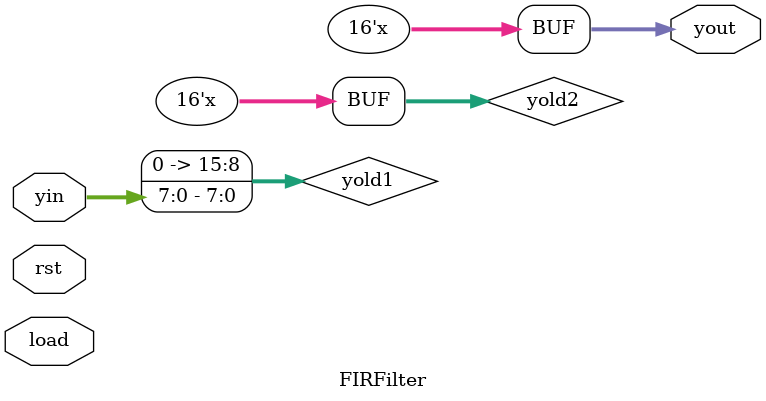
<source format=v>
`timescale 1ns / 1ps
module FIRFilter(
    input [7:0] yin,
    output [15:0] yout,
    input load,
    input rst
    );

reg [15:0] yout;

reg [15:0] yold1;
reg [15:0] yold2;

always @(*) begin
	yout = 20*yin + 15*yold1 + 10*yold2;
end

always @(load) begin
	yold2 = yold1;
	yold1 = yin;
end

endmodule

</source>
